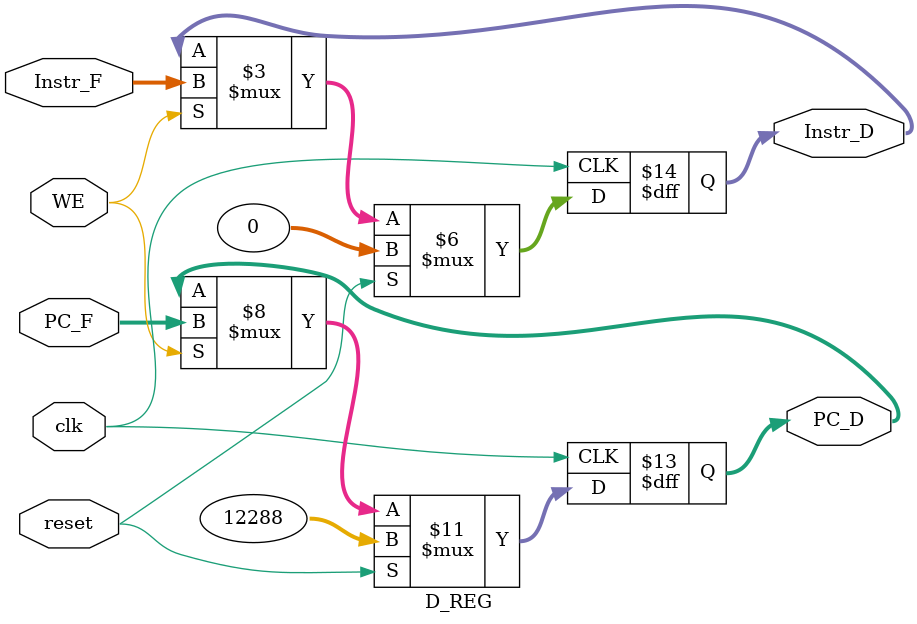
<source format=v>
module D_REG(
    input clk,
    input [31:0] PC_F,
    input [31:0] Instr_F,
    input WE,
    input reset,
    output reg [31:0] PC_D,
    output reg [31:0] Instr_D
);

    initial begin
        PC_D <= 12288;
        Instr_D <= 0;
    end
    
    always @(posedge clk) begin
        if(reset) begin
            PC_D <= 12288;
            Instr_D <= 0;
        end 

        else begin
                if(WE) begin
                    PC_D <= PC_F;
                    Instr_D <= Instr_F;
                end
            end
        end 

endmodule    
</source>
